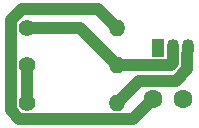
<source format=gbr>
G04 #@! TF.GenerationSoftware,KiCad,Pcbnew,(5.1.2)-2*
G04 #@! TF.CreationDate,2019-08-09T21:53:36-03:00*
G04 #@! TF.ProjectId,minicurso_IEEE,6d696e69-6375-4727-936f-5f494545452e,rev?*
G04 #@! TF.SameCoordinates,Original*
G04 #@! TF.FileFunction,Copper,L1,Top*
G04 #@! TF.FilePolarity,Positive*
%FSLAX46Y46*%
G04 Gerber Fmt 4.6, Leading zero omitted, Abs format (unit mm)*
G04 Created by KiCad (PCBNEW (5.1.2)-2) date 2019-08-09 21:53:36*
%MOMM*%
%LPD*%
G04 APERTURE LIST*
%ADD10O,1.400000X1.400000*%
%ADD11C,1.400000*%
%ADD12R,1.050000X1.500000*%
%ADD13O,1.050000X1.500000*%
%ADD14C,1.600000*%
%ADD15C,1.000000*%
G04 APERTURE END LIST*
D10*
X98550000Y-86670000D03*
D11*
X90930000Y-86670000D03*
D10*
X98550000Y-83520000D03*
D11*
X90930000Y-83520000D03*
D10*
X98550000Y-80370000D03*
D11*
X90930000Y-80370000D03*
D12*
X102010000Y-82050000D03*
D13*
X104550000Y-82050000D03*
X103280000Y-82050000D03*
D14*
X104100000Y-86360000D03*
X101600000Y-86360000D03*
D15*
X100800001Y-87159999D02*
X101600000Y-86360000D01*
X99889999Y-88070001D02*
X100800001Y-87159999D01*
X90257999Y-88070001D02*
X99889999Y-88070001D01*
X89529999Y-87342001D02*
X90257999Y-88070001D01*
X89529999Y-79697999D02*
X89529999Y-87342001D01*
X90487998Y-78740000D02*
X89529999Y-79697999D01*
X96920000Y-78740000D02*
X90487998Y-78740000D01*
X98550000Y-80370000D02*
X96920000Y-78740000D01*
X104480010Y-83869990D02*
X104480010Y-82550000D01*
X103490001Y-84859999D02*
X104480010Y-83869990D01*
X98550000Y-86670000D02*
X100360001Y-84859999D01*
X100360001Y-84859999D02*
X103490001Y-84859999D01*
X95400000Y-80370000D02*
X98550000Y-83520000D01*
X90930000Y-80370000D02*
X95400000Y-80370000D01*
X103280000Y-83315002D02*
X103280000Y-82050000D01*
X103075002Y-83520000D02*
X103280000Y-83315002D01*
X98550000Y-83520000D02*
X103075002Y-83520000D01*
X90930000Y-83520000D02*
X90930000Y-86670000D01*
M02*

</source>
